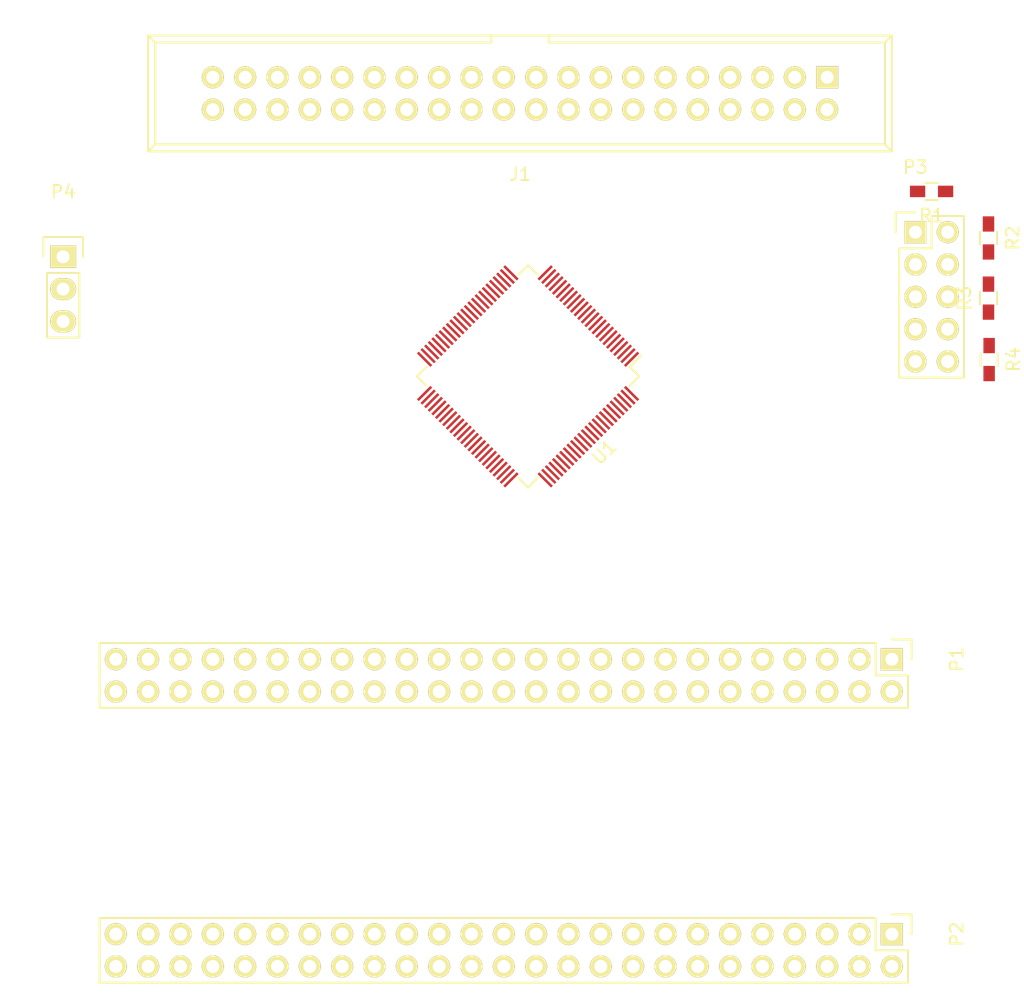
<source format=kicad_pcb>
(kicad_pcb (version 4) (host pcbnew 4.0.1-stable)

  (general
    (links 159)
    (no_connects 159)
    (area 0 0 0 0)
    (thickness 1.6)
    (drawings 0)
    (tracks 0)
    (zones 0)
    (modules 10)
    (nets 103)
  )

  (page A4)
  (layers
    (0 F.Cu signal)
    (31 B.Cu signal)
    (32 B.Adhes user)
    (33 F.Adhes user)
    (34 B.Paste user)
    (35 F.Paste user)
    (36 B.SilkS user)
    (37 F.SilkS user)
    (38 B.Mask user)
    (39 F.Mask user)
    (40 Dwgs.User user)
    (41 Cmts.User user)
    (42 Eco1.User user)
    (43 Eco2.User user)
    (44 Edge.Cuts user)
    (45 Margin user)
    (46 B.CrtYd user)
    (47 F.CrtYd user)
    (48 B.Fab user)
    (49 F.Fab user)
  )

  (setup
    (last_trace_width 0.25)
    (trace_clearance 0.2)
    (zone_clearance 0.508)
    (zone_45_only no)
    (trace_min 0.2)
    (segment_width 0.2)
    (edge_width 0.15)
    (via_size 0.6)
    (via_drill 0.4)
    (via_min_size 0.4)
    (via_min_drill 0.3)
    (uvia_size 0.3)
    (uvia_drill 0.1)
    (uvias_allowed no)
    (uvia_min_size 0.2)
    (uvia_min_drill 0.1)
    (pcb_text_width 0.3)
    (pcb_text_size 1.5 1.5)
    (mod_edge_width 0.15)
    (mod_text_size 1 1)
    (mod_text_width 0.15)
    (pad_size 1.524 1.524)
    (pad_drill 0.762)
    (pad_to_mask_clearance 0.2)
    (aux_axis_origin 0 0)
    (visible_elements 7FFFFFFF)
    (pcbplotparams
      (layerselection 0x00030_80000001)
      (usegerberextensions false)
      (excludeedgelayer true)
      (linewidth 0.100000)
      (plotframeref false)
      (viasonmask false)
      (mode 1)
      (useauxorigin false)
      (hpglpennumber 1)
      (hpglpenspeed 20)
      (hpglpendiameter 15)
      (hpglpenoverlay 2)
      (psnegative false)
      (psa4output false)
      (plotreference true)
      (plotvalue true)
      (plotinvisibletext false)
      (padsonsilk false)
      (subtractmaskfromsilk false)
      (outputformat 1)
      (mirror false)
      (drillshape 1)
      (scaleselection 1)
      (outputdirectory ""))
  )

  (net 0 "")
  (net 1 /3V3)
  (net 2 /MD02)
  (net 3 +5V)
  (net 4 /MD03)
  (net 5 /GND)
  (net 6 /MD04)
  (net 7 /MD14)
  (net 8 /MD15)
  (net 9 /MRD)
  (net 10 /MMERQ)
  (net 11 /MEXT)
  (net 12 /SLTSL1)
  (net 13 /MWAIT)
  (net 14 /MA0)
  (net 15 /MD10)
  (net 16 /MD09)
  (net 17 /MODE)
  (net 18 /MD11)
  (net 19 /MD08)
  (net 20 /MD07)
  (net 21 /MD00)
  (net 22 /MD01)
  (net 23 /MD05)
  (net 24 /MD06)
  (net 25 /MD12)
  (net 26 /MD13)
  (net 27 /MIORQ)
  (net 28 /MWR)
  (net 29 /MCS)
  (net 30 /MRESET)
  (net 31 /MSLTSL0)
  (net 32 /CS1)
  (net 33 /CS2)
  (net 34 /CS12)
  (net 35 /SLTSL0)
  (net 36 "Net-(P1-Pad5)")
  (net 37 /RFSH)
  (net 38 /NWAIT)
  (net 39 /INT)
  (net 40 /M1)
  (net 41 /BUSDIR)
  (net 42 /IORQ)
  (net 43 /MERQ)
  (net 44 /WR)
  (net 45 /RD)
  (net 46 /RESET)
  (net 47 "Net-(P1-Pad16)")
  (net 48 /A9)
  (net 49 /A15)
  (net 50 /A11)
  (net 51 /A10)
  (net 52 /A7)
  (net 53 /A6)
  (net 54 /A12)
  (net 55 /A8)
  (net 56 /A14)
  (net 57 /A13)
  (net 58 /A1)
  (net 59 /A0)
  (net 60 /A3)
  (net 61 /A2)
  (net 62 /A5)
  (net 63 /A4)
  (net 64 /D1)
  (net 65 /D0)
  (net 66 /D3)
  (net 67 /D2)
  (net 68 /D5)
  (net 69 /D4)
  (net 70 /D7)
  (net 71 /D6)
  (net 72 /CLOCK)
  (net 73 /SWOUT)
  (net 74 /SW1)
  (net 75 "Net-(P1-Pad47)")
  (net 76 "Net-(P1-Pad48)")
  (net 77 "Net-(P1-Pad49)")
  (net 78 "Net-(P1-Pad50)")
  (net 79 "Net-(P2-Pad5)")
  (net 80 "Net-(P2-Pad16)")
  (net 81 /SW2)
  (net 82 "Net-(P2-Pad47)")
  (net 83 "Net-(P2-Pad48)")
  (net 84 "Net-(P2-Pad49)")
  (net 85 "Net-(P2-Pad50)")
  (net 86 "Net-(U1-Pad1)")
  (net 87 "Net-(U1-Pad2)")
  (net 88 "Net-(U1-Pad3)")
  (net 89 "Net-(U1-Pad4)")
  (net 90 "Net-(U1-Pad5)")
  (net 91 /CLK)
  (net 92 /MSLTSL1)
  (net 93 /TMS)
  (net 94 /TDI)
  (net 95 /TCK)
  (net 96 /TDO)
  (net 97 "Net-(U1-Pad49)")
  (net 98 "Net-(U1-Pad50)")
  (net 99 /CLK3)
  (net 100 "Net-(P3-Pad6)")
  (net 101 "Net-(P3-Pad7)")
  (net 102 "Net-(P3-Pad8)")

  (net_class Default "This is the default net class."
    (clearance 0.2)
    (trace_width 0.25)
    (via_dia 0.6)
    (via_drill 0.4)
    (uvia_dia 0.3)
    (uvia_drill 0.1)
    (add_net +5V)
    (add_net /3V3)
    (add_net /A0)
    (add_net /A1)
    (add_net /A10)
    (add_net /A11)
    (add_net /A12)
    (add_net /A13)
    (add_net /A14)
    (add_net /A15)
    (add_net /A2)
    (add_net /A3)
    (add_net /A4)
    (add_net /A5)
    (add_net /A6)
    (add_net /A7)
    (add_net /A8)
    (add_net /A9)
    (add_net /BUSDIR)
    (add_net /CLK)
    (add_net /CLK3)
    (add_net /CLOCK)
    (add_net /CS1)
    (add_net /CS12)
    (add_net /CS2)
    (add_net /D0)
    (add_net /D1)
    (add_net /D2)
    (add_net /D3)
    (add_net /D4)
    (add_net /D5)
    (add_net /D6)
    (add_net /D7)
    (add_net /GND)
    (add_net /INT)
    (add_net /IORQ)
    (add_net /M1)
    (add_net /MA0)
    (add_net /MCS)
    (add_net /MD00)
    (add_net /MD01)
    (add_net /MD02)
    (add_net /MD03)
    (add_net /MD04)
    (add_net /MD05)
    (add_net /MD06)
    (add_net /MD07)
    (add_net /MD08)
    (add_net /MD09)
    (add_net /MD10)
    (add_net /MD11)
    (add_net /MD12)
    (add_net /MD13)
    (add_net /MD14)
    (add_net /MD15)
    (add_net /MERQ)
    (add_net /MEXT)
    (add_net /MIORQ)
    (add_net /MMERQ)
    (add_net /MODE)
    (add_net /MRD)
    (add_net /MRESET)
    (add_net /MSLTSL0)
    (add_net /MSLTSL1)
    (add_net /MWAIT)
    (add_net /MWR)
    (add_net /NWAIT)
    (add_net /RD)
    (add_net /RESET)
    (add_net /RFSH)
    (add_net /SLTSL0)
    (add_net /SLTSL1)
    (add_net /SW1)
    (add_net /SW2)
    (add_net /SWOUT)
    (add_net /TCK)
    (add_net /TDI)
    (add_net /TDO)
    (add_net /TMS)
    (add_net /WR)
    (add_net "Net-(P1-Pad16)")
    (add_net "Net-(P1-Pad47)")
    (add_net "Net-(P1-Pad48)")
    (add_net "Net-(P1-Pad49)")
    (add_net "Net-(P1-Pad5)")
    (add_net "Net-(P1-Pad50)")
    (add_net "Net-(P2-Pad16)")
    (add_net "Net-(P2-Pad47)")
    (add_net "Net-(P2-Pad48)")
    (add_net "Net-(P2-Pad49)")
    (add_net "Net-(P2-Pad5)")
    (add_net "Net-(P2-Pad50)")
    (add_net "Net-(P3-Pad6)")
    (add_net "Net-(P3-Pad7)")
    (add_net "Net-(P3-Pad8)")
    (add_net "Net-(U1-Pad1)")
    (add_net "Net-(U1-Pad2)")
    (add_net "Net-(U1-Pad3)")
    (add_net "Net-(U1-Pad4)")
    (add_net "Net-(U1-Pad49)")
    (add_net "Net-(U1-Pad5)")
    (add_net "Net-(U1-Pad50)")
  )

  (module Pin_Headers:Pin_Header_Straight_2x25 (layer F.Cu) (tedit 0) (tstamp 56E41B14)
    (at 173.355 126.365 270)
    (descr "Through hole pin header")
    (tags "pin header")
    (path /56DFD8B6)
    (fp_text reference P1 (at 0 -5.1 270) (layer F.SilkS)
      (effects (font (size 1 1) (thickness 0.15)))
    )
    (fp_text value CONN_02X25 (at 0 -3.1 270) (layer F.Fab)
      (effects (font (size 1 1) (thickness 0.15)))
    )
    (fp_line (start -1.75 -1.75) (end -1.75 62.75) (layer F.CrtYd) (width 0.05))
    (fp_line (start 4.3 -1.75) (end 4.3 62.75) (layer F.CrtYd) (width 0.05))
    (fp_line (start -1.75 -1.75) (end 4.3 -1.75) (layer F.CrtYd) (width 0.05))
    (fp_line (start -1.75 62.75) (end 4.3 62.75) (layer F.CrtYd) (width 0.05))
    (fp_line (start -1.27 1.27) (end -1.27 62.23) (layer F.SilkS) (width 0.15))
    (fp_line (start 3.81 62.23) (end 3.81 -1.27) (layer F.SilkS) (width 0.15))
    (fp_line (start 3.81 62.23) (end -1.27 62.23) (layer F.SilkS) (width 0.15))
    (fp_line (start 3.81 -1.27) (end 1.27 -1.27) (layer F.SilkS) (width 0.15))
    (fp_line (start 0 -1.55) (end -1.55 -1.55) (layer F.SilkS) (width 0.15))
    (fp_line (start 1.27 -1.27) (end 1.27 1.27) (layer F.SilkS) (width 0.15))
    (fp_line (start 1.27 1.27) (end -1.27 1.27) (layer F.SilkS) (width 0.15))
    (fp_line (start -1.55 -1.55) (end -1.55 0) (layer F.SilkS) (width 0.15))
    (pad 1 thru_hole rect (at 0 0 270) (size 1.7272 1.7272) (drill 1.016) (layers *.Cu *.Mask F.SilkS)
      (net 32 /CS1))
    (pad 2 thru_hole oval (at 2.54 0 270) (size 1.7272 1.7272) (drill 1.016) (layers *.Cu *.Mask F.SilkS)
      (net 33 /CS2))
    (pad 3 thru_hole oval (at 0 2.54 270) (size 1.7272 1.7272) (drill 1.016) (layers *.Cu *.Mask F.SilkS)
      (net 34 /CS12))
    (pad 4 thru_hole oval (at 2.54 2.54 270) (size 1.7272 1.7272) (drill 1.016) (layers *.Cu *.Mask F.SilkS)
      (net 35 /SLTSL0))
    (pad 5 thru_hole oval (at 0 5.08 270) (size 1.7272 1.7272) (drill 1.016) (layers *.Cu *.Mask F.SilkS)
      (net 36 "Net-(P1-Pad5)"))
    (pad 6 thru_hole oval (at 2.54 5.08 270) (size 1.7272 1.7272) (drill 1.016) (layers *.Cu *.Mask F.SilkS)
      (net 37 /RFSH))
    (pad 7 thru_hole oval (at 0 7.62 270) (size 1.7272 1.7272) (drill 1.016) (layers *.Cu *.Mask F.SilkS)
      (net 38 /NWAIT))
    (pad 8 thru_hole oval (at 2.54 7.62 270) (size 1.7272 1.7272) (drill 1.016) (layers *.Cu *.Mask F.SilkS)
      (net 39 /INT))
    (pad 9 thru_hole oval (at 0 10.16 270) (size 1.7272 1.7272) (drill 1.016) (layers *.Cu *.Mask F.SilkS)
      (net 40 /M1))
    (pad 10 thru_hole oval (at 2.54 10.16 270) (size 1.7272 1.7272) (drill 1.016) (layers *.Cu *.Mask F.SilkS)
      (net 41 /BUSDIR))
    (pad 11 thru_hole oval (at 0 12.7 270) (size 1.7272 1.7272) (drill 1.016) (layers *.Cu *.Mask F.SilkS)
      (net 42 /IORQ))
    (pad 12 thru_hole oval (at 2.54 12.7 270) (size 1.7272 1.7272) (drill 1.016) (layers *.Cu *.Mask F.SilkS)
      (net 43 /MERQ))
    (pad 13 thru_hole oval (at 0 15.24 270) (size 1.7272 1.7272) (drill 1.016) (layers *.Cu *.Mask F.SilkS)
      (net 44 /WR))
    (pad 14 thru_hole oval (at 2.54 15.24 270) (size 1.7272 1.7272) (drill 1.016) (layers *.Cu *.Mask F.SilkS)
      (net 45 /RD))
    (pad 15 thru_hole oval (at 0 17.78 270) (size 1.7272 1.7272) (drill 1.016) (layers *.Cu *.Mask F.SilkS)
      (net 46 /RESET))
    (pad 16 thru_hole oval (at 2.54 17.78 270) (size 1.7272 1.7272) (drill 1.016) (layers *.Cu *.Mask F.SilkS)
      (net 47 "Net-(P1-Pad16)"))
    (pad 17 thru_hole oval (at 0 20.32 270) (size 1.7272 1.7272) (drill 1.016) (layers *.Cu *.Mask F.SilkS)
      (net 48 /A9))
    (pad 18 thru_hole oval (at 2.54 20.32 270) (size 1.7272 1.7272) (drill 1.016) (layers *.Cu *.Mask F.SilkS)
      (net 49 /A15))
    (pad 19 thru_hole oval (at 0 22.86 270) (size 1.7272 1.7272) (drill 1.016) (layers *.Cu *.Mask F.SilkS)
      (net 50 /A11))
    (pad 20 thru_hole oval (at 2.54 22.86 270) (size 1.7272 1.7272) (drill 1.016) (layers *.Cu *.Mask F.SilkS)
      (net 51 /A10))
    (pad 21 thru_hole oval (at 0 25.4 270) (size 1.7272 1.7272) (drill 1.016) (layers *.Cu *.Mask F.SilkS)
      (net 52 /A7))
    (pad 22 thru_hole oval (at 2.54 25.4 270) (size 1.7272 1.7272) (drill 1.016) (layers *.Cu *.Mask F.SilkS)
      (net 53 /A6))
    (pad 23 thru_hole oval (at 0 27.94 270) (size 1.7272 1.7272) (drill 1.016) (layers *.Cu *.Mask F.SilkS)
      (net 54 /A12))
    (pad 24 thru_hole oval (at 2.54 27.94 270) (size 1.7272 1.7272) (drill 1.016) (layers *.Cu *.Mask F.SilkS)
      (net 55 /A8))
    (pad 25 thru_hole oval (at 0 30.48 270) (size 1.7272 1.7272) (drill 1.016) (layers *.Cu *.Mask F.SilkS)
      (net 56 /A14))
    (pad 26 thru_hole oval (at 2.54 30.48 270) (size 1.7272 1.7272) (drill 1.016) (layers *.Cu *.Mask F.SilkS)
      (net 57 /A13))
    (pad 27 thru_hole oval (at 0 33.02 270) (size 1.7272 1.7272) (drill 1.016) (layers *.Cu *.Mask F.SilkS)
      (net 58 /A1))
    (pad 28 thru_hole oval (at 2.54 33.02 270) (size 1.7272 1.7272) (drill 1.016) (layers *.Cu *.Mask F.SilkS)
      (net 59 /A0))
    (pad 29 thru_hole oval (at 0 35.56 270) (size 1.7272 1.7272) (drill 1.016) (layers *.Cu *.Mask F.SilkS)
      (net 60 /A3))
    (pad 30 thru_hole oval (at 2.54 35.56 270) (size 1.7272 1.7272) (drill 1.016) (layers *.Cu *.Mask F.SilkS)
      (net 61 /A2))
    (pad 31 thru_hole oval (at 0 38.1 270) (size 1.7272 1.7272) (drill 1.016) (layers *.Cu *.Mask F.SilkS)
      (net 62 /A5))
    (pad 32 thru_hole oval (at 2.54 38.1 270) (size 1.7272 1.7272) (drill 1.016) (layers *.Cu *.Mask F.SilkS)
      (net 63 /A4))
    (pad 33 thru_hole oval (at 0 40.64 270) (size 1.7272 1.7272) (drill 1.016) (layers *.Cu *.Mask F.SilkS)
      (net 64 /D1))
    (pad 34 thru_hole oval (at 2.54 40.64 270) (size 1.7272 1.7272) (drill 1.016) (layers *.Cu *.Mask F.SilkS)
      (net 65 /D0))
    (pad 35 thru_hole oval (at 0 43.18 270) (size 1.7272 1.7272) (drill 1.016) (layers *.Cu *.Mask F.SilkS)
      (net 66 /D3))
    (pad 36 thru_hole oval (at 2.54 43.18 270) (size 1.7272 1.7272) (drill 1.016) (layers *.Cu *.Mask F.SilkS)
      (net 67 /D2))
    (pad 37 thru_hole oval (at 0 45.72 270) (size 1.7272 1.7272) (drill 1.016) (layers *.Cu *.Mask F.SilkS)
      (net 68 /D5))
    (pad 38 thru_hole oval (at 2.54 45.72 270) (size 1.7272 1.7272) (drill 1.016) (layers *.Cu *.Mask F.SilkS)
      (net 69 /D4))
    (pad 39 thru_hole oval (at 0 48.26 270) (size 1.7272 1.7272) (drill 1.016) (layers *.Cu *.Mask F.SilkS)
      (net 70 /D7))
    (pad 40 thru_hole oval (at 2.54 48.26 270) (size 1.7272 1.7272) (drill 1.016) (layers *.Cu *.Mask F.SilkS)
      (net 71 /D6))
    (pad 41 thru_hole oval (at 0 50.8 270) (size 1.7272 1.7272) (drill 1.016) (layers *.Cu *.Mask F.SilkS)
      (net 5 /GND))
    (pad 42 thru_hole oval (at 2.54 50.8 270) (size 1.7272 1.7272) (drill 1.016) (layers *.Cu *.Mask F.SilkS)
      (net 72 /CLOCK))
    (pad 43 thru_hole oval (at 0 53.34 270) (size 1.7272 1.7272) (drill 1.016) (layers *.Cu *.Mask F.SilkS)
      (net 5 /GND))
    (pad 44 thru_hole oval (at 2.54 53.34 270) (size 1.7272 1.7272) (drill 1.016) (layers *.Cu *.Mask F.SilkS)
      (net 73 /SWOUT))
    (pad 45 thru_hole oval (at 0 55.88 270) (size 1.7272 1.7272) (drill 1.016) (layers *.Cu *.Mask F.SilkS)
      (net 3 +5V))
    (pad 46 thru_hole oval (at 2.54 55.88 270) (size 1.7272 1.7272) (drill 1.016) (layers *.Cu *.Mask F.SilkS)
      (net 74 /SW1))
    (pad 47 thru_hole oval (at 0 58.42 270) (size 1.7272 1.7272) (drill 1.016) (layers *.Cu *.Mask F.SilkS)
      (net 75 "Net-(P1-Pad47)"))
    (pad 48 thru_hole oval (at 2.54 58.42 270) (size 1.7272 1.7272) (drill 1.016) (layers *.Cu *.Mask F.SilkS)
      (net 76 "Net-(P1-Pad48)"))
    (pad 49 thru_hole oval (at 0 60.96 270) (size 1.7272 1.7272) (drill 1.016) (layers *.Cu *.Mask F.SilkS)
      (net 77 "Net-(P1-Pad49)"))
    (pad 50 thru_hole oval (at 2.54 60.96 270) (size 1.7272 1.7272) (drill 1.016) (layers *.Cu *.Mask F.SilkS)
      (net 78 "Net-(P1-Pad50)"))
    (model Pin_Headers.3dshapes/Pin_Header_Straight_2x25.wrl
      (at (xyz 0.05 -1.2 0))
      (scale (xyz 1 1 1))
      (rotate (xyz 0 0 90))
    )
  )

  (module Pin_Headers:Pin_Header_Straight_2x25 (layer F.Cu) (tedit 0) (tstamp 56E41B56)
    (at 173.355 147.955 270)
    (descr "Through hole pin header")
    (tags "pin header")
    (path /56DFF9B7)
    (fp_text reference P2 (at 0 -5.1 270) (layer F.SilkS)
      (effects (font (size 1 1) (thickness 0.15)))
    )
    (fp_text value CONN_02X25 (at 0 -3.1 270) (layer F.Fab)
      (effects (font (size 1 1) (thickness 0.15)))
    )
    (fp_line (start -1.75 -1.75) (end -1.75 62.75) (layer F.CrtYd) (width 0.05))
    (fp_line (start 4.3 -1.75) (end 4.3 62.75) (layer F.CrtYd) (width 0.05))
    (fp_line (start -1.75 -1.75) (end 4.3 -1.75) (layer F.CrtYd) (width 0.05))
    (fp_line (start -1.75 62.75) (end 4.3 62.75) (layer F.CrtYd) (width 0.05))
    (fp_line (start -1.27 1.27) (end -1.27 62.23) (layer F.SilkS) (width 0.15))
    (fp_line (start 3.81 62.23) (end 3.81 -1.27) (layer F.SilkS) (width 0.15))
    (fp_line (start 3.81 62.23) (end -1.27 62.23) (layer F.SilkS) (width 0.15))
    (fp_line (start 3.81 -1.27) (end 1.27 -1.27) (layer F.SilkS) (width 0.15))
    (fp_line (start 0 -1.55) (end -1.55 -1.55) (layer F.SilkS) (width 0.15))
    (fp_line (start 1.27 -1.27) (end 1.27 1.27) (layer F.SilkS) (width 0.15))
    (fp_line (start 1.27 1.27) (end -1.27 1.27) (layer F.SilkS) (width 0.15))
    (fp_line (start -1.55 -1.55) (end -1.55 0) (layer F.SilkS) (width 0.15))
    (pad 1 thru_hole rect (at 0 0 270) (size 1.7272 1.7272) (drill 1.016) (layers *.Cu *.Mask F.SilkS)
      (net 32 /CS1))
    (pad 2 thru_hole oval (at 2.54 0 270) (size 1.7272 1.7272) (drill 1.016) (layers *.Cu *.Mask F.SilkS)
      (net 33 /CS2))
    (pad 3 thru_hole oval (at 0 2.54 270) (size 1.7272 1.7272) (drill 1.016) (layers *.Cu *.Mask F.SilkS)
      (net 34 /CS12))
    (pad 4 thru_hole oval (at 2.54 2.54 270) (size 1.7272 1.7272) (drill 1.016) (layers *.Cu *.Mask F.SilkS)
      (net 12 /SLTSL1))
    (pad 5 thru_hole oval (at 0 5.08 270) (size 1.7272 1.7272) (drill 1.016) (layers *.Cu *.Mask F.SilkS)
      (net 79 "Net-(P2-Pad5)"))
    (pad 6 thru_hole oval (at 2.54 5.08 270) (size 1.7272 1.7272) (drill 1.016) (layers *.Cu *.Mask F.SilkS)
      (net 37 /RFSH))
    (pad 7 thru_hole oval (at 0 7.62 270) (size 1.7272 1.7272) (drill 1.016) (layers *.Cu *.Mask F.SilkS)
      (net 38 /NWAIT))
    (pad 8 thru_hole oval (at 2.54 7.62 270) (size 1.7272 1.7272) (drill 1.016) (layers *.Cu *.Mask F.SilkS)
      (net 39 /INT))
    (pad 9 thru_hole oval (at 0 10.16 270) (size 1.7272 1.7272) (drill 1.016) (layers *.Cu *.Mask F.SilkS)
      (net 40 /M1))
    (pad 10 thru_hole oval (at 2.54 10.16 270) (size 1.7272 1.7272) (drill 1.016) (layers *.Cu *.Mask F.SilkS)
      (net 41 /BUSDIR))
    (pad 11 thru_hole oval (at 0 12.7 270) (size 1.7272 1.7272) (drill 1.016) (layers *.Cu *.Mask F.SilkS)
      (net 42 /IORQ))
    (pad 12 thru_hole oval (at 2.54 12.7 270) (size 1.7272 1.7272) (drill 1.016) (layers *.Cu *.Mask F.SilkS)
      (net 43 /MERQ))
    (pad 13 thru_hole oval (at 0 15.24 270) (size 1.7272 1.7272) (drill 1.016) (layers *.Cu *.Mask F.SilkS)
      (net 44 /WR))
    (pad 14 thru_hole oval (at 2.54 15.24 270) (size 1.7272 1.7272) (drill 1.016) (layers *.Cu *.Mask F.SilkS)
      (net 45 /RD))
    (pad 15 thru_hole oval (at 0 17.78 270) (size 1.7272 1.7272) (drill 1.016) (layers *.Cu *.Mask F.SilkS)
      (net 46 /RESET))
    (pad 16 thru_hole oval (at 2.54 17.78 270) (size 1.7272 1.7272) (drill 1.016) (layers *.Cu *.Mask F.SilkS)
      (net 80 "Net-(P2-Pad16)"))
    (pad 17 thru_hole oval (at 0 20.32 270) (size 1.7272 1.7272) (drill 1.016) (layers *.Cu *.Mask F.SilkS)
      (net 48 /A9))
    (pad 18 thru_hole oval (at 2.54 20.32 270) (size 1.7272 1.7272) (drill 1.016) (layers *.Cu *.Mask F.SilkS)
      (net 49 /A15))
    (pad 19 thru_hole oval (at 0 22.86 270) (size 1.7272 1.7272) (drill 1.016) (layers *.Cu *.Mask F.SilkS)
      (net 50 /A11))
    (pad 20 thru_hole oval (at 2.54 22.86 270) (size 1.7272 1.7272) (drill 1.016) (layers *.Cu *.Mask F.SilkS)
      (net 51 /A10))
    (pad 21 thru_hole oval (at 0 25.4 270) (size 1.7272 1.7272) (drill 1.016) (layers *.Cu *.Mask F.SilkS)
      (net 52 /A7))
    (pad 22 thru_hole oval (at 2.54 25.4 270) (size 1.7272 1.7272) (drill 1.016) (layers *.Cu *.Mask F.SilkS)
      (net 53 /A6))
    (pad 23 thru_hole oval (at 0 27.94 270) (size 1.7272 1.7272) (drill 1.016) (layers *.Cu *.Mask F.SilkS)
      (net 54 /A12))
    (pad 24 thru_hole oval (at 2.54 27.94 270) (size 1.7272 1.7272) (drill 1.016) (layers *.Cu *.Mask F.SilkS)
      (net 55 /A8))
    (pad 25 thru_hole oval (at 0 30.48 270) (size 1.7272 1.7272) (drill 1.016) (layers *.Cu *.Mask F.SilkS)
      (net 56 /A14))
    (pad 26 thru_hole oval (at 2.54 30.48 270) (size 1.7272 1.7272) (drill 1.016) (layers *.Cu *.Mask F.SilkS)
      (net 57 /A13))
    (pad 27 thru_hole oval (at 0 33.02 270) (size 1.7272 1.7272) (drill 1.016) (layers *.Cu *.Mask F.SilkS)
      (net 58 /A1))
    (pad 28 thru_hole oval (at 2.54 33.02 270) (size 1.7272 1.7272) (drill 1.016) (layers *.Cu *.Mask F.SilkS)
      (net 59 /A0))
    (pad 29 thru_hole oval (at 0 35.56 270) (size 1.7272 1.7272) (drill 1.016) (layers *.Cu *.Mask F.SilkS)
      (net 60 /A3))
    (pad 30 thru_hole oval (at 2.54 35.56 270) (size 1.7272 1.7272) (drill 1.016) (layers *.Cu *.Mask F.SilkS)
      (net 61 /A2))
    (pad 31 thru_hole oval (at 0 38.1 270) (size 1.7272 1.7272) (drill 1.016) (layers *.Cu *.Mask F.SilkS)
      (net 62 /A5))
    (pad 32 thru_hole oval (at 2.54 38.1 270) (size 1.7272 1.7272) (drill 1.016) (layers *.Cu *.Mask F.SilkS)
      (net 63 /A4))
    (pad 33 thru_hole oval (at 0 40.64 270) (size 1.7272 1.7272) (drill 1.016) (layers *.Cu *.Mask F.SilkS)
      (net 64 /D1))
    (pad 34 thru_hole oval (at 2.54 40.64 270) (size 1.7272 1.7272) (drill 1.016) (layers *.Cu *.Mask F.SilkS)
      (net 65 /D0))
    (pad 35 thru_hole oval (at 0 43.18 270) (size 1.7272 1.7272) (drill 1.016) (layers *.Cu *.Mask F.SilkS)
      (net 66 /D3))
    (pad 36 thru_hole oval (at 2.54 43.18 270) (size 1.7272 1.7272) (drill 1.016) (layers *.Cu *.Mask F.SilkS)
      (net 67 /D2))
    (pad 37 thru_hole oval (at 0 45.72 270) (size 1.7272 1.7272) (drill 1.016) (layers *.Cu *.Mask F.SilkS)
      (net 68 /D5))
    (pad 38 thru_hole oval (at 2.54 45.72 270) (size 1.7272 1.7272) (drill 1.016) (layers *.Cu *.Mask F.SilkS)
      (net 69 /D4))
    (pad 39 thru_hole oval (at 0 48.26 270) (size 1.7272 1.7272) (drill 1.016) (layers *.Cu *.Mask F.SilkS)
      (net 70 /D7))
    (pad 40 thru_hole oval (at 2.54 48.26 270) (size 1.7272 1.7272) (drill 1.016) (layers *.Cu *.Mask F.SilkS)
      (net 71 /D6))
    (pad 41 thru_hole oval (at 0 50.8 270) (size 1.7272 1.7272) (drill 1.016) (layers *.Cu *.Mask F.SilkS)
      (net 5 /GND))
    (pad 42 thru_hole oval (at 2.54 50.8 270) (size 1.7272 1.7272) (drill 1.016) (layers *.Cu *.Mask F.SilkS)
      (net 72 /CLOCK))
    (pad 43 thru_hole oval (at 0 53.34 270) (size 1.7272 1.7272) (drill 1.016) (layers *.Cu *.Mask F.SilkS)
      (net 5 /GND))
    (pad 44 thru_hole oval (at 2.54 53.34 270) (size 1.7272 1.7272) (drill 1.016) (layers *.Cu *.Mask F.SilkS)
      (net 73 /SWOUT))
    (pad 45 thru_hole oval (at 0 55.88 270) (size 1.7272 1.7272) (drill 1.016) (layers *.Cu *.Mask F.SilkS)
      (net 3 +5V))
    (pad 46 thru_hole oval (at 2.54 55.88 270) (size 1.7272 1.7272) (drill 1.016) (layers *.Cu *.Mask F.SilkS)
      (net 81 /SW2))
    (pad 47 thru_hole oval (at 0 58.42 270) (size 1.7272 1.7272) (drill 1.016) (layers *.Cu *.Mask F.SilkS)
      (net 82 "Net-(P2-Pad47)"))
    (pad 48 thru_hole oval (at 2.54 58.42 270) (size 1.7272 1.7272) (drill 1.016) (layers *.Cu *.Mask F.SilkS)
      (net 83 "Net-(P2-Pad48)"))
    (pad 49 thru_hole oval (at 0 60.96 270) (size 1.7272 1.7272) (drill 1.016) (layers *.Cu *.Mask F.SilkS)
      (net 84 "Net-(P2-Pad49)"))
    (pad 50 thru_hole oval (at 2.54 60.96 270) (size 1.7272 1.7272) (drill 1.016) (layers *.Cu *.Mask F.SilkS)
      (net 85 "Net-(P2-Pad50)"))
    (model Pin_Headers.3dshapes/Pin_Header_Straight_2x25.wrl
      (at (xyz 0.05 -1.2 0))
      (scale (xyz 1 1 1))
      (rotate (xyz 0 0 90))
    )
  )

  (module Housings_QFP:TQFP-100_12x12mm_Pitch0.4mm (layer F.Cu) (tedit 54130A77) (tstamp 56E41BCB)
    (at 144.78 104.14 225)
    (descr "100-Lead Plastic Thin Quad Flatpack (PT) - 12x12x1 mm Body, 2.00 mm [TQFP] (see Microchip Packaging Specification 00000049BS.pdf)")
    (tags "QFP 0.4")
    (path /56DFD7C1)
    (attr smd)
    (fp_text reference U1 (at 0 -8.45 225) (layer F.SilkS)
      (effects (font (size 1 1) (thickness 0.15)))
    )
    (fp_text value EMP240 (at 0 8.45 225) (layer F.Fab)
      (effects (font (size 1 1) (thickness 0.15)))
    )
    (fp_line (start -7.7 -7.7) (end -7.7 7.7) (layer F.CrtYd) (width 0.05))
    (fp_line (start 7.7 -7.7) (end 7.7 7.7) (layer F.CrtYd) (width 0.05))
    (fp_line (start -7.7 -7.7) (end 7.7 -7.7) (layer F.CrtYd) (width 0.05))
    (fp_line (start -7.7 7.7) (end 7.7 7.7) (layer F.CrtYd) (width 0.05))
    (fp_line (start -6.175 -6.175) (end -6.175 -5.125) (layer F.SilkS) (width 0.15))
    (fp_line (start 6.175 -6.175) (end 6.175 -5.125) (layer F.SilkS) (width 0.15))
    (fp_line (start 6.175 6.175) (end 6.175 5.125) (layer F.SilkS) (width 0.15))
    (fp_line (start -6.175 6.175) (end -6.175 5.125) (layer F.SilkS) (width 0.15))
    (fp_line (start -6.175 -6.175) (end -5.125 -6.175) (layer F.SilkS) (width 0.15))
    (fp_line (start -6.175 6.175) (end -5.125 6.175) (layer F.SilkS) (width 0.15))
    (fp_line (start 6.175 6.175) (end 5.125 6.175) (layer F.SilkS) (width 0.15))
    (fp_line (start 6.175 -6.175) (end 5.125 -6.175) (layer F.SilkS) (width 0.15))
    (fp_line (start -6.175 -5.125) (end -7.45 -5.125) (layer F.SilkS) (width 0.15))
    (pad 1 smd rect (at -6.7 -4.8 225) (size 1.5 0.2) (layers F.Cu F.Paste F.Mask)
      (net 86 "Net-(U1-Pad1)"))
    (pad 2 smd rect (at -6.7 -4.4 225) (size 1.5 0.2) (layers F.Cu F.Paste F.Mask)
      (net 87 "Net-(U1-Pad2)"))
    (pad 3 smd rect (at -6.7 -4 225) (size 1.5 0.2) (layers F.Cu F.Paste F.Mask)
      (net 88 "Net-(U1-Pad3)"))
    (pad 4 smd rect (at -6.7 -3.6 225) (size 1.5 0.2) (layers F.Cu F.Paste F.Mask)
      (net 89 "Net-(U1-Pad4)"))
    (pad 5 smd rect (at -6.7 -3.2 225) (size 1.5 0.2) (layers F.Cu F.Paste F.Mask)
      (net 90 "Net-(U1-Pad5)"))
    (pad 6 smd rect (at -6.7 -2.8 225) (size 1.5 0.2) (layers F.Cu F.Paste F.Mask)
      (net 2 /MD02))
    (pad 7 smd rect (at -6.7 -2.4 225) (size 1.5 0.2) (layers F.Cu F.Paste F.Mask)
      (net 4 /MD03))
    (pad 8 smd rect (at -6.7 -2 225) (size 1.5 0.2) (layers F.Cu F.Paste F.Mask)
      (net 1 /3V3))
    (pad 9 smd rect (at -6.7 -1.6 225) (size 1.5 0.2) (layers F.Cu F.Paste F.Mask)
      (net 5 /GND))
    (pad 10 smd rect (at -6.7 -1.2 225) (size 1.5 0.2) (layers F.Cu F.Paste F.Mask)
      (net 5 /GND))
    (pad 11 smd rect (at -6.7 -0.8 225) (size 1.5 0.2) (layers F.Cu F.Paste F.Mask)
      (net 1 /3V3))
    (pad 12 smd rect (at -6.7 -0.4 225) (size 1.5 0.2) (layers F.Cu F.Paste F.Mask)
      (net 6 /MD04))
    (pad 13 smd rect (at -6.7 0 225) (size 1.5 0.2) (layers F.Cu F.Paste F.Mask)
      (net 1 /3V3))
    (pad 14 smd rect (at -6.7 0.4 225) (size 1.5 0.2) (layers F.Cu F.Paste F.Mask)
      (net 91 /CLK))
    (pad 15 smd rect (at -6.7 0.8 225) (size 1.5 0.2) (layers F.Cu F.Paste F.Mask)
      (net 7 /MD14))
    (pad 16 smd rect (at -6.7 1.2 225) (size 1.5 0.2) (layers F.Cu F.Paste F.Mask)
      (net 8 /MD15))
    (pad 17 smd rect (at -6.7 1.6 225) (size 1.5 0.2) (layers F.Cu F.Paste F.Mask)
      (net 9 /MRD))
    (pad 18 smd rect (at -6.7 2 225) (size 1.5 0.2) (layers F.Cu F.Paste F.Mask)
      (net 10 /MMERQ))
    (pad 19 smd rect (at -6.7 2.4 225) (size 1.5 0.2) (layers F.Cu F.Paste F.Mask)
      (net 11 /MEXT))
    (pad 20 smd rect (at -6.7 2.8 225) (size 1.5 0.2) (layers F.Cu F.Paste F.Mask)
      (net 92 /MSLTSL1))
    (pad 21 smd rect (at -6.7 3.2 225) (size 1.5 0.2) (layers F.Cu F.Paste F.Mask)
      (net 13 /MWAIT))
    (pad 22 smd rect (at -6.7 3.6 225) (size 1.5 0.2) (layers F.Cu F.Paste F.Mask)
      (net 93 /TMS))
    (pad 23 smd rect (at -6.7 4 225) (size 1.5 0.2) (layers F.Cu F.Paste F.Mask)
      (net 94 /TDI))
    (pad 24 smd rect (at -6.7 4.4 225) (size 1.5 0.2) (layers F.Cu F.Paste F.Mask)
      (net 95 /TCK))
    (pad 25 smd rect (at -6.7 4.8 225) (size 1.5 0.2) (layers F.Cu F.Paste F.Mask)
      (net 96 /TDO))
    (pad 26 smd rect (at -4.8 6.7 315) (size 1.5 0.2) (layers F.Cu F.Paste F.Mask)
      (net 14 /MA0))
    (pad 27 smd rect (at -4.4 6.7 315) (size 1.5 0.2) (layers F.Cu F.Paste F.Mask)
      (net 15 /MD10))
    (pad 28 smd rect (at -4 6.7 315) (size 1.5 0.2) (layers F.Cu F.Paste F.Mask)
      (net 16 /MD09))
    (pad 29 smd rect (at -3.6 6.7 315) (size 1.5 0.2) (layers F.Cu F.Paste F.Mask)
      (net 17 /MODE))
    (pad 30 smd rect (at -3.2 6.7 315) (size 1.5 0.2) (layers F.Cu F.Paste F.Mask)
      (net 18 /MD11))
    (pad 31 smd rect (at -2.8 6.7 315) (size 1.5 0.2) (layers F.Cu F.Paste F.Mask)
      (net 1 /3V3))
    (pad 32 smd rect (at -2.4 6.7 315) (size 1.5 0.2) (layers F.Cu F.Paste F.Mask)
      (net 5 /GND))
    (pad 33 smd rect (at -2 6.7 315) (size 1.5 0.2) (layers F.Cu F.Paste F.Mask)
      (net 19 /MD08))
    (pad 34 smd rect (at -1.6 6.7 315) (size 1.5 0.2) (layers F.Cu F.Paste F.Mask)
      (net 18 /MD11))
    (pad 35 smd rect (at -1.2 6.7 315) (size 1.5 0.2) (layers F.Cu F.Paste F.Mask)
      (net 20 /MD07))
    (pad 36 smd rect (at -0.8 6.7 315) (size 1.5 0.2) (layers F.Cu F.Paste F.Mask)
      (net 21 /MD00))
    (pad 37 smd rect (at -0.4 6.7 315) (size 1.5 0.2) (layers F.Cu F.Paste F.Mask)
      (net 22 /MD01))
    (pad 38 smd rect (at 0 6.7 315) (size 1.5 0.2) (layers F.Cu F.Paste F.Mask)
      (net 23 /MD05))
    (pad 39 smd rect (at 0.4 6.7 315) (size 1.5 0.2) (layers F.Cu F.Paste F.Mask)
      (net 24 /MD06))
    (pad 40 smd rect (at 0.8 6.7 315) (size 1.5 0.2) (layers F.Cu F.Paste F.Mask)
      (net 25 /MD12))
    (pad 41 smd rect (at 1.2 6.7 315) (size 1.5 0.2) (layers F.Cu F.Paste F.Mask)
      (net 26 /MD13))
    (pad 42 smd rect (at 1.6 6.7 315) (size 1.5 0.2) (layers F.Cu F.Paste F.Mask)
      (net 27 /MIORQ))
    (pad 43 smd rect (at 2 6.7 315) (size 1.5 0.2) (layers F.Cu F.Paste F.Mask)
      (net 28 /MWR))
    (pad 44 smd rect (at 2.4 6.7 315) (size 1.5 0.2) (layers F.Cu F.Paste F.Mask)
      (net 29 /MCS))
    (pad 45 smd rect (at 2.8 6.7 315) (size 1.5 0.2) (layers F.Cu F.Paste F.Mask)
      (net 1 /3V3))
    (pad 46 smd rect (at 3.2 6.7 315) (size 1.5 0.2) (layers F.Cu F.Paste F.Mask)
      (net 5 /GND))
    (pad 47 smd rect (at 3.6 6.7 315) (size 1.5 0.2) (layers F.Cu F.Paste F.Mask)
      (net 30 /MRESET))
    (pad 48 smd rect (at 4 6.7 315) (size 1.5 0.2) (layers F.Cu F.Paste F.Mask)
      (net 31 /MSLTSL0))
    (pad 49 smd rect (at 4.4 6.7 315) (size 1.5 0.2) (layers F.Cu F.Paste F.Mask)
      (net 97 "Net-(U1-Pad49)"))
    (pad 50 smd rect (at 4.8 6.7 315) (size 1.5 0.2) (layers F.Cu F.Paste F.Mask)
      (net 98 "Net-(U1-Pad50)"))
    (pad 51 smd rect (at 6.7 4.8 225) (size 1.5 0.2) (layers F.Cu F.Paste F.Mask)
      (net 81 /SW2))
    (pad 52 smd rect (at 6.7 4.4 225) (size 1.5 0.2) (layers F.Cu F.Paste F.Mask)
      (net 74 /SW1))
    (pad 53 smd rect (at 6.7 4 225) (size 1.5 0.2) (layers F.Cu F.Paste F.Mask)
      (net 73 /SWOUT))
    (pad 54 smd rect (at 6.7 3.6 225) (size 1.5 0.2) (layers F.Cu F.Paste F.Mask)
      (net 70 /D7))
    (pad 55 smd rect (at 6.7 3.2 225) (size 1.5 0.2) (layers F.Cu F.Paste F.Mask)
      (net 71 /D6))
    (pad 56 smd rect (at 6.7 2.8 225) (size 1.5 0.2) (layers F.Cu F.Paste F.Mask)
      (net 68 /D5))
    (pad 57 smd rect (at 6.7 2.4 225) (size 1.5 0.2) (layers F.Cu F.Paste F.Mask)
      (net 69 /D4))
    (pad 58 smd rect (at 6.7 2 225) (size 1.5 0.2) (layers F.Cu F.Paste F.Mask)
      (net 66 /D3))
    (pad 59 smd rect (at 6.7 1.6 225) (size 1.5 0.2) (layers F.Cu F.Paste F.Mask)
      (net 1 /3V3))
    (pad 60 smd rect (at 6.7 1.2 225) (size 1.5 0.2) (layers F.Cu F.Paste F.Mask)
      (net 5 /GND))
    (pad 61 smd rect (at 6.7 0.8 225) (size 1.5 0.2) (layers F.Cu F.Paste F.Mask)
      (net 67 /D2))
    (pad 62 smd rect (at 6.7 0.4 225) (size 1.5 0.2) (layers F.Cu F.Paste F.Mask)
      (net 72 /CLOCK))
    (pad 63 smd rect (at 6.7 0 225) (size 1.5 0.2) (layers F.Cu F.Paste F.Mask)
      (net 1 /3V3))
    (pad 64 smd rect (at 6.7 -0.4 225) (size 1.5 0.2) (layers F.Cu F.Paste F.Mask)
      (net 99 /CLK3))
    (pad 65 smd rect (at 6.7 -0.8 225) (size 1.5 0.2) (layers F.Cu F.Paste F.Mask)
      (net 5 /GND))
    (pad 66 smd rect (at 6.7 -1.2 225) (size 1.5 0.2) (layers F.Cu F.Paste F.Mask)
      (net 64 /D1))
    (pad 67 smd rect (at 6.7 -1.6 225) (size 1.5 0.2) (layers F.Cu F.Paste F.Mask)
      (net 65 /D0))
    (pad 68 smd rect (at 6.7 -2 225) (size 1.5 0.2) (layers F.Cu F.Paste F.Mask)
      (net 62 /A5))
    (pad 69 smd rect (at 6.7 -2.4 225) (size 1.5 0.2) (layers F.Cu F.Paste F.Mask)
      (net 61 /A2))
    (pad 70 smd rect (at 6.7 -2.8 225) (size 1.5 0.2) (layers F.Cu F.Paste F.Mask)
      (net 58 /A1))
    (pad 71 smd rect (at 6.7 -3.2 225) (size 1.5 0.2) (layers F.Cu F.Paste F.Mask)
      (net 59 /A0))
    (pad 72 smd rect (at 6.7 -3.6 225) (size 1.5 0.2) (layers F.Cu F.Paste F.Mask)
      (net 56 /A14))
    (pad 73 smd rect (at 6.7 -4 225) (size 1.5 0.2) (layers F.Cu F.Paste F.Mask)
      (net 57 /A13))
    (pad 74 smd rect (at 6.7 -4.4 225) (size 1.5 0.2) (layers F.Cu F.Paste F.Mask)
      (net 54 /A12))
    (pad 75 smd rect (at 6.7 -4.8 225) (size 1.5 0.2) (layers F.Cu F.Paste F.Mask)
      (net 55 /A8))
    (pad 76 smd rect (at 4.8 -6.7 315) (size 1.5 0.2) (layers F.Cu F.Paste F.Mask)
      (net 52 /A7))
    (pad 77 smd rect (at 4.4 -6.7 315) (size 1.5 0.2) (layers F.Cu F.Paste F.Mask)
      (net 53 /A6))
    (pad 78 smd rect (at 4 -6.7 315) (size 1.5 0.2) (layers F.Cu F.Paste F.Mask)
      (net 50 /A11))
    (pad 79 smd rect (at 3.6 -6.7 315) (size 1.5 0.2) (layers F.Cu F.Paste F.Mask)
      (net 5 /GND))
    (pad 80 smd rect (at 3.2 -6.7 315) (size 1.5 0.2) (layers F.Cu F.Paste F.Mask)
      (net 1 /3V3))
    (pad 81 smd rect (at 2.8 -6.7 315) (size 1.5 0.2) (layers F.Cu F.Paste F.Mask)
      (net 51 /A10))
    (pad 82 smd rect (at 2.4 -6.7 315) (size 1.5 0.2) (layers F.Cu F.Paste F.Mask)
      (net 48 /A9))
    (pad 83 smd rect (at 2 -6.7 315) (size 1.5 0.2) (layers F.Cu F.Paste F.Mask)
      (net 49 /A15))
    (pad 84 smd rect (at 1.6 -6.7 315) (size 1.5 0.2) (layers F.Cu F.Paste F.Mask)
      (net 46 /RESET))
    (pad 85 smd rect (at 1.2 -6.7 315) (size 1.5 0.2) (layers F.Cu F.Paste F.Mask)
      (net 44 /WR))
    (pad 86 smd rect (at 0.8 -6.7 315) (size 1.5 0.2) (layers F.Cu F.Paste F.Mask)
      (net 45 /RD))
    (pad 87 smd rect (at 0.4 -6.7 315) (size 1.5 0.2) (layers F.Cu F.Paste F.Mask)
      (net 42 /IORQ))
    (pad 88 smd rect (at 0 -6.7 315) (size 1.5 0.2) (layers F.Cu F.Paste F.Mask)
      (net 43 /MERQ))
    (pad 89 smd rect (at -0.4 -6.7 315) (size 1.5 0.2) (layers F.Cu F.Paste F.Mask)
      (net 40 /M1))
    (pad 90 smd rect (at -0.8 -6.7 315) (size 1.5 0.2) (layers F.Cu F.Paste F.Mask)
      (net 41 /BUSDIR))
    (pad 91 smd rect (at -1.2 -6.7 315) (size 1.5 0.2) (layers F.Cu F.Paste F.Mask)
      (net 38 /NWAIT))
    (pad 92 smd rect (at -1.6 -6.7 315) (size 1.5 0.2) (layers F.Cu F.Paste F.Mask)
      (net 39 /INT))
    (pad 93 smd rect (at -2 -6.7 315) (size 1.5 0.2) (layers F.Cu F.Paste F.Mask)
      (net 5 /GND))
    (pad 94 smd rect (at -2.4 -6.7 315) (size 1.5 0.2) (layers F.Cu F.Paste F.Mask)
      (net 1 /3V3))
    (pad 95 smd rect (at -2.8 -6.7 315) (size 1.5 0.2) (layers F.Cu F.Paste F.Mask)
      (net 37 /RFSH))
    (pad 96 smd rect (at -3.2 -6.7 315) (size 1.5 0.2) (layers F.Cu F.Paste F.Mask)
      (net 34 /CS12))
    (pad 97 smd rect (at -3.6 -6.7 315) (size 1.5 0.2) (layers F.Cu F.Paste F.Mask)
      (net 32 /CS1))
    (pad 98 smd rect (at -4 -6.7 315) (size 1.5 0.2) (layers F.Cu F.Paste F.Mask)
      (net 33 /CS2))
    (pad 99 smd rect (at -4.4 -6.7 315) (size 1.5 0.2) (layers F.Cu F.Paste F.Mask)
      (net 12 /SLTSL1))
    (pad 100 smd rect (at -4.8 -6.7 315) (size 1.5 0.2) (layers F.Cu F.Paste F.Mask)
      (net 35 /SLTSL0))
    (model Housings_QFP.3dshapes/TQFP-100_12x12mm_Pitch0.4mm.wrl
      (at (xyz 0 0 0))
      (scale (xyz 1 1 1))
      (rotate (xyz 0 0 0))
    )
  )

  (module Connect:IDC_Header_Straight_40pins (layer F.Cu) (tedit 0) (tstamp 56E41AD2)
    (at 168.275 80.645 180)
    (descr "40 pins through hole IDC header")
    (tags "IDC header socket VASCH")
    (path /56DFD93F)
    (fp_text reference J1 (at 24.13 -7.62 180) (layer F.SilkS)
      (effects (font (size 1 1) (thickness 0.15)))
    )
    (fp_text value RPi_GPIO (at 24.13 5.223 180) (layer F.Fab)
      (effects (font (size 1 1) (thickness 0.15)))
    )
    (fp_line (start -5.08 -5.82) (end 53.34 -5.82) (layer F.SilkS) (width 0.15))
    (fp_line (start -4.54 -5.27) (end 52.78 -5.27) (layer F.SilkS) (width 0.15))
    (fp_line (start -5.08 3.28) (end 53.34 3.28) (layer F.SilkS) (width 0.15))
    (fp_line (start -4.54 2.73) (end 21.88 2.73) (layer F.SilkS) (width 0.15))
    (fp_line (start 26.38 2.73) (end 52.78 2.73) (layer F.SilkS) (width 0.15))
    (fp_line (start 21.88 2.73) (end 21.88 3.28) (layer F.SilkS) (width 0.15))
    (fp_line (start 26.38 2.73) (end 26.38 3.28) (layer F.SilkS) (width 0.15))
    (fp_line (start -5.08 -5.82) (end -5.08 3.28) (layer F.SilkS) (width 0.15))
    (fp_line (start -4.54 -5.27) (end -4.54 2.73) (layer F.SilkS) (width 0.15))
    (fp_line (start 53.34 -5.82) (end 53.34 3.28) (layer F.SilkS) (width 0.15))
    (fp_line (start 52.78 -5.27) (end 52.78 2.73) (layer F.SilkS) (width 0.15))
    (fp_line (start -5.08 -5.82) (end -4.54 -5.27) (layer F.SilkS) (width 0.15))
    (fp_line (start 53.34 -5.82) (end 52.78 -5.27) (layer F.SilkS) (width 0.15))
    (fp_line (start -5.08 3.28) (end -4.54 2.73) (layer F.SilkS) (width 0.15))
    (fp_line (start 53.34 3.28) (end 52.78 2.73) (layer F.SilkS) (width 0.15))
    (fp_line (start -5.35 -6.05) (end 53.6 -6.05) (layer F.CrtYd) (width 0.05))
    (fp_line (start 53.6 -6.05) (end 53.6 3.55) (layer F.CrtYd) (width 0.05))
    (fp_line (start 53.6 3.55) (end -5.35 3.55) (layer F.CrtYd) (width 0.05))
    (fp_line (start -5.35 3.55) (end -5.35 -6.05) (layer F.CrtYd) (width 0.05))
    (pad 1 thru_hole rect (at 0 0 180) (size 1.7272 1.7272) (drill 1.016) (layers *.Cu *.Mask F.SilkS)
      (net 1 /3V3))
    (pad 2 thru_hole oval (at 0 -2.54 180) (size 1.7272 1.7272) (drill 1.016) (layers *.Cu *.Mask F.SilkS)
      (net 3 +5V))
    (pad 3 thru_hole oval (at 2.54 0 180) (size 1.7272 1.7272) (drill 1.016) (layers *.Cu *.Mask F.SilkS)
      (net 2 /MD02))
    (pad 4 thru_hole oval (at 2.54 -2.54 180) (size 1.7272 1.7272) (drill 1.016) (layers *.Cu *.Mask F.SilkS)
      (net 3 +5V))
    (pad 5 thru_hole oval (at 5.08 0 180) (size 1.7272 1.7272) (drill 1.016) (layers *.Cu *.Mask F.SilkS)
      (net 4 /MD03))
    (pad 6 thru_hole oval (at 5.08 -2.54 180) (size 1.7272 1.7272) (drill 1.016) (layers *.Cu *.Mask F.SilkS)
      (net 5 /GND))
    (pad 7 thru_hole oval (at 7.62 0 180) (size 1.7272 1.7272) (drill 1.016) (layers *.Cu *.Mask F.SilkS)
      (net 6 /MD04))
    (pad 8 thru_hole oval (at 7.62 -2.54 180) (size 1.7272 1.7272) (drill 1.016) (layers *.Cu *.Mask F.SilkS)
      (net 7 /MD14))
    (pad 9 thru_hole oval (at 10.16 0 180) (size 1.7272 1.7272) (drill 1.016) (layers *.Cu *.Mask F.SilkS)
      (net 5 /GND))
    (pad 10 thru_hole oval (at 10.16 -2.54 180) (size 1.7272 1.7272) (drill 1.016) (layers *.Cu *.Mask F.SilkS)
      (net 8 /MD15))
    (pad 11 thru_hole oval (at 12.7 0 180) (size 1.7272 1.7272) (drill 1.016) (layers *.Cu *.Mask F.SilkS)
      (net 9 /MRD))
    (pad 12 thru_hole oval (at 12.7 -2.54 180) (size 1.7272 1.7272) (drill 1.016) (layers *.Cu *.Mask F.SilkS)
      (net 10 /MMERQ))
    (pad 13 thru_hole oval (at 15.24 0 180) (size 1.7272 1.7272) (drill 1.016) (layers *.Cu *.Mask F.SilkS)
      (net 11 /MEXT))
    (pad 14 thru_hole oval (at 15.24 -2.54 180) (size 1.7272 1.7272) (drill 1.016) (layers *.Cu *.Mask F.SilkS)
      (net 5 /GND))
    (pad 15 thru_hole oval (at 17.78 0 180) (size 1.7272 1.7272) (drill 1.016) (layers *.Cu *.Mask F.SilkS)
      (net 12 /SLTSL1))
    (pad 16 thru_hole oval (at 17.78 -2.54 180) (size 1.7272 1.7272) (drill 1.016) (layers *.Cu *.Mask F.SilkS)
      (net 13 /MWAIT))
    (pad 17 thru_hole oval (at 20.32 0 180) (size 1.7272 1.7272) (drill 1.016) (layers *.Cu *.Mask F.SilkS)
      (net 1 /3V3))
    (pad 18 thru_hole oval (at 20.32 -2.54 180) (size 1.7272 1.7272) (drill 1.016) (layers *.Cu *.Mask F.SilkS)
      (net 14 /MA0))
    (pad 19 thru_hole oval (at 22.86 0 180) (size 1.7272 1.7272) (drill 1.016) (layers *.Cu *.Mask F.SilkS)
      (net 15 /MD10))
    (pad 20 thru_hole oval (at 22.86 -2.54 180) (size 1.7272 1.7272) (drill 1.016) (layers *.Cu *.Mask F.SilkS)
      (net 5 /GND))
    (pad 21 thru_hole oval (at 25.4 0 180) (size 1.7272 1.7272) (drill 1.016) (layers *.Cu *.Mask F.SilkS)
      (net 16 /MD09))
    (pad 22 thru_hole oval (at 25.4 -2.54 180) (size 1.7272 1.7272) (drill 1.016) (layers *.Cu *.Mask F.SilkS)
      (net 17 /MODE))
    (pad 23 thru_hole oval (at 27.94 0 180) (size 1.7272 1.7272) (drill 1.016) (layers *.Cu *.Mask F.SilkS)
      (net 18 /MD11))
    (pad 24 thru_hole oval (at 27.94 -2.54 180) (size 1.7272 1.7272) (drill 1.016) (layers *.Cu *.Mask F.SilkS)
      (net 19 /MD08))
    (pad 25 thru_hole oval (at 30.48 0 180) (size 1.7272 1.7272) (drill 1.016) (layers *.Cu *.Mask F.SilkS)
      (net 5 /GND))
    (pad 26 thru_hole oval (at 30.48 -2.54 180) (size 1.7272 1.7272) (drill 1.016) (layers *.Cu *.Mask F.SilkS)
      (net 20 /MD07))
    (pad 27 thru_hole oval (at 33.02 0 180) (size 1.7272 1.7272) (drill 1.016) (layers *.Cu *.Mask F.SilkS)
      (net 21 /MD00))
    (pad 28 thru_hole oval (at 33.02 -2.54 180) (size 1.7272 1.7272) (drill 1.016) (layers *.Cu *.Mask F.SilkS)
      (net 22 /MD01))
    (pad 29 thru_hole oval (at 35.56 0 180) (size 1.7272 1.7272) (drill 1.016) (layers *.Cu *.Mask F.SilkS)
      (net 23 /MD05))
    (pad 30 thru_hole oval (at 35.56 -2.54 180) (size 1.7272 1.7272) (drill 1.016) (layers *.Cu *.Mask F.SilkS)
      (net 5 /GND))
    (pad 31 thru_hole oval (at 38.1 0 180) (size 1.7272 1.7272) (drill 1.016) (layers *.Cu *.Mask F.SilkS)
      (net 24 /MD06))
    (pad 32 thru_hole oval (at 38.1 -2.54 180) (size 1.7272 1.7272) (drill 1.016) (layers *.Cu *.Mask F.SilkS)
      (net 25 /MD12))
    (pad 33 thru_hole oval (at 40.64 0 180) (size 1.7272 1.7272) (drill 1.016) (layers *.Cu *.Mask F.SilkS)
      (net 26 /MD13))
    (pad 34 thru_hole oval (at 40.64 -2.54 180) (size 1.7272 1.7272) (drill 1.016) (layers *.Cu *.Mask F.SilkS)
      (net 5 /GND))
    (pad 35 thru_hole oval (at 43.18 0 180) (size 1.7272 1.7272) (drill 1.016) (layers *.Cu *.Mask F.SilkS)
      (net 27 /MIORQ))
    (pad 36 thru_hole oval (at 43.18 -2.54 180) (size 1.7272 1.7272) (drill 1.016) (layers *.Cu *.Mask F.SilkS)
      (net 28 /MWR))
    (pad 37 thru_hole oval (at 45.72 0 180) (size 1.7272 1.7272) (drill 1.016) (layers *.Cu *.Mask F.SilkS)
      (net 29 /MCS))
    (pad 38 thru_hole oval (at 45.72 -2.54 180) (size 1.7272 1.7272) (drill 1.016) (layers *.Cu *.Mask F.SilkS)
      (net 30 /MRESET))
    (pad 39 thru_hole oval (at 48.26 0 180) (size 1.7272 1.7272) (drill 1.016) (layers *.Cu *.Mask F.SilkS)
      (net 5 /GND))
    (pad 40 thru_hole oval (at 48.26 -2.54 180) (size 1.7272 1.7272) (drill 1.016) (layers *.Cu *.Mask F.SilkS)
      (net 31 /MSLTSL0))
  )

  (module Pin_Headers:Pin_Header_Straight_1x03 (layer F.Cu) (tedit 0) (tstamp 56E4271D)
    (at 108.2548 94.742)
    (descr "Through hole pin header")
    (tags "pin header")
    (path /56E4C846)
    (fp_text reference P4 (at 0 -5.1) (layer F.SilkS)
      (effects (font (size 1 1) (thickness 0.15)))
    )
    (fp_text value CONN_01X03 (at 0 -3.1) (layer F.Fab)
      (effects (font (size 1 1) (thickness 0.15)))
    )
    (fp_line (start -1.75 -1.75) (end -1.75 6.85) (layer F.CrtYd) (width 0.05))
    (fp_line (start 1.75 -1.75) (end 1.75 6.85) (layer F.CrtYd) (width 0.05))
    (fp_line (start -1.75 -1.75) (end 1.75 -1.75) (layer F.CrtYd) (width 0.05))
    (fp_line (start -1.75 6.85) (end 1.75 6.85) (layer F.CrtYd) (width 0.05))
    (fp_line (start -1.27 1.27) (end -1.27 6.35) (layer F.SilkS) (width 0.15))
    (fp_line (start -1.27 6.35) (end 1.27 6.35) (layer F.SilkS) (width 0.15))
    (fp_line (start 1.27 6.35) (end 1.27 1.27) (layer F.SilkS) (width 0.15))
    (fp_line (start 1.55 -1.55) (end 1.55 0) (layer F.SilkS) (width 0.15))
    (fp_line (start 1.27 1.27) (end -1.27 1.27) (layer F.SilkS) (width 0.15))
    (fp_line (start -1.55 0) (end -1.55 -1.55) (layer F.SilkS) (width 0.15))
    (fp_line (start -1.55 -1.55) (end 1.55 -1.55) (layer F.SilkS) (width 0.15))
    (pad 1 thru_hole rect (at 0 0) (size 2.032 1.7272) (drill 1.016) (layers *.Cu *.Mask F.SilkS)
      (net 84 "Net-(P2-Pad49)"))
    (pad 2 thru_hole oval (at 0 2.54) (size 2.032 1.7272) (drill 1.016) (layers *.Cu *.Mask F.SilkS)
      (net 5 /GND))
    (pad 3 thru_hole oval (at 0 5.08) (size 2.032 1.7272) (drill 1.016) (layers *.Cu *.Mask F.SilkS)
      (net 77 "Net-(P1-Pad49)"))
    (model Pin_Headers.3dshapes/Pin_Header_Straight_1x03.wrl
      (at (xyz 0 -0.1 0))
      (scale (xyz 1 1 1))
      (rotate (xyz 0 0 90))
    )
  )

  (module Pin_Headers:Pin_Header_Straight_2x05 (layer F.Cu) (tedit 0) (tstamp 56E51C7C)
    (at 175.2092 92.8116)
    (descr "Through hole pin header")
    (tags "pin header")
    (path /56E49098)
    (fp_text reference P3 (at 0 -5.1) (layer F.SilkS)
      (effects (font (size 1 1) (thickness 0.15)))
    )
    (fp_text value CONN_02X05 (at 0 -3.1) (layer F.Fab)
      (effects (font (size 1 1) (thickness 0.15)))
    )
    (fp_line (start -1.75 -1.75) (end -1.75 11.95) (layer F.CrtYd) (width 0.05))
    (fp_line (start 4.3 -1.75) (end 4.3 11.95) (layer F.CrtYd) (width 0.05))
    (fp_line (start -1.75 -1.75) (end 4.3 -1.75) (layer F.CrtYd) (width 0.05))
    (fp_line (start -1.75 11.95) (end 4.3 11.95) (layer F.CrtYd) (width 0.05))
    (fp_line (start 3.81 -1.27) (end 3.81 11.43) (layer F.SilkS) (width 0.15))
    (fp_line (start 3.81 11.43) (end -1.27 11.43) (layer F.SilkS) (width 0.15))
    (fp_line (start -1.27 11.43) (end -1.27 1.27) (layer F.SilkS) (width 0.15))
    (fp_line (start 3.81 -1.27) (end 1.27 -1.27) (layer F.SilkS) (width 0.15))
    (fp_line (start 0 -1.55) (end -1.55 -1.55) (layer F.SilkS) (width 0.15))
    (fp_line (start 1.27 -1.27) (end 1.27 1.27) (layer F.SilkS) (width 0.15))
    (fp_line (start 1.27 1.27) (end -1.27 1.27) (layer F.SilkS) (width 0.15))
    (fp_line (start -1.55 -1.55) (end -1.55 0) (layer F.SilkS) (width 0.15))
    (pad 1 thru_hole rect (at 0 0) (size 1.7272 1.7272) (drill 1.016) (layers *.Cu *.Mask F.SilkS)
      (net 95 /TCK))
    (pad 2 thru_hole oval (at 2.54 0) (size 1.7272 1.7272) (drill 1.016) (layers *.Cu *.Mask F.SilkS)
      (net 5 /GND))
    (pad 3 thru_hole oval (at 0 2.54) (size 1.7272 1.7272) (drill 1.016) (layers *.Cu *.Mask F.SilkS)
      (net 96 /TDO))
    (pad 4 thru_hole oval (at 2.54 2.54) (size 1.7272 1.7272) (drill 1.016) (layers *.Cu *.Mask F.SilkS)
      (net 1 /3V3))
    (pad 5 thru_hole oval (at 0 5.08) (size 1.7272 1.7272) (drill 1.016) (layers *.Cu *.Mask F.SilkS)
      (net 93 /TMS))
    (pad 6 thru_hole oval (at 2.54 5.08) (size 1.7272 1.7272) (drill 1.016) (layers *.Cu *.Mask F.SilkS)
      (net 100 "Net-(P3-Pad6)"))
    (pad 7 thru_hole oval (at 0 7.62) (size 1.7272 1.7272) (drill 1.016) (layers *.Cu *.Mask F.SilkS)
      (net 101 "Net-(P3-Pad7)"))
    (pad 8 thru_hole oval (at 2.54 7.62) (size 1.7272 1.7272) (drill 1.016) (layers *.Cu *.Mask F.SilkS)
      (net 102 "Net-(P3-Pad8)"))
    (pad 9 thru_hole oval (at 0 10.16) (size 1.7272 1.7272) (drill 1.016) (layers *.Cu *.Mask F.SilkS)
      (net 94 /TDI))
    (pad 10 thru_hole oval (at 2.54 10.16) (size 1.7272 1.7272) (drill 1.016) (layers *.Cu *.Mask F.SilkS)
      (net 5 /GND))
    (model Pin_Headers.3dshapes/Pin_Header_Straight_2x05.wrl
      (at (xyz 0.05 -0.2 0))
      (scale (xyz 1 1 1))
      (rotate (xyz 0 0 90))
    )
  )

  (module Resistors_SMD:R_0603_HandSoldering (layer F.Cu) (tedit 5418A00F) (tstamp 56E51C88)
    (at 176.4792 89.6112 180)
    (descr "Resistor SMD 0603, hand soldering")
    (tags "resistor 0603")
    (path /56E4B96D)
    (attr smd)
    (fp_text reference R1 (at 0 -1.9 180) (layer F.SilkS)
      (effects (font (size 1 1) (thickness 0.15)))
    )
    (fp_text value 10K (at 0 1.9 180) (layer F.Fab)
      (effects (font (size 1 1) (thickness 0.15)))
    )
    (fp_line (start -2 -0.8) (end 2 -0.8) (layer F.CrtYd) (width 0.05))
    (fp_line (start -2 0.8) (end 2 0.8) (layer F.CrtYd) (width 0.05))
    (fp_line (start -2 -0.8) (end -2 0.8) (layer F.CrtYd) (width 0.05))
    (fp_line (start 2 -0.8) (end 2 0.8) (layer F.CrtYd) (width 0.05))
    (fp_line (start 0.5 0.675) (end -0.5 0.675) (layer F.SilkS) (width 0.15))
    (fp_line (start -0.5 -0.675) (end 0.5 -0.675) (layer F.SilkS) (width 0.15))
    (pad 1 smd rect (at -1.1 0 180) (size 1.2 0.9) (layers F.Cu F.Paste F.Mask)
      (net 1 /3V3))
    (pad 2 smd rect (at 1.1 0 180) (size 1.2 0.9) (layers F.Cu F.Paste F.Mask)
      (net 95 /TCK))
    (model Resistors_SMD.3dshapes/R_0603_HandSoldering.wrl
      (at (xyz 0 0 0))
      (scale (xyz 1 1 1))
      (rotate (xyz 0 0 0))
    )
  )

  (module Resistors_SMD:R_0603_HandSoldering (layer F.Cu) (tedit 5418A00F) (tstamp 56E51C94)
    (at 180.9496 93.2688 270)
    (descr "Resistor SMD 0603, hand soldering")
    (tags "resistor 0603")
    (path /56E4BB3C)
    (attr smd)
    (fp_text reference R2 (at 0 -1.9 270) (layer F.SilkS)
      (effects (font (size 1 1) (thickness 0.15)))
    )
    (fp_text value 10K (at 0 1.9 270) (layer F.Fab)
      (effects (font (size 1 1) (thickness 0.15)))
    )
    (fp_line (start -2 -0.8) (end 2 -0.8) (layer F.CrtYd) (width 0.05))
    (fp_line (start -2 0.8) (end 2 0.8) (layer F.CrtYd) (width 0.05))
    (fp_line (start -2 -0.8) (end -2 0.8) (layer F.CrtYd) (width 0.05))
    (fp_line (start 2 -0.8) (end 2 0.8) (layer F.CrtYd) (width 0.05))
    (fp_line (start 0.5 0.675) (end -0.5 0.675) (layer F.SilkS) (width 0.15))
    (fp_line (start -0.5 -0.675) (end 0.5 -0.675) (layer F.SilkS) (width 0.15))
    (pad 1 smd rect (at -1.1 0 270) (size 1.2 0.9) (layers F.Cu F.Paste F.Mask)
      (net 1 /3V3))
    (pad 2 smd rect (at 1.1 0 270) (size 1.2 0.9) (layers F.Cu F.Paste F.Mask)
      (net 96 /TDO))
    (model Resistors_SMD.3dshapes/R_0603_HandSoldering.wrl
      (at (xyz 0 0 0))
      (scale (xyz 1 1 1))
      (rotate (xyz 0 0 0))
    )
  )

  (module Resistors_SMD:R_0603_HandSoldering (layer F.Cu) (tedit 5418A00F) (tstamp 56E51CA0)
    (at 180.9496 97.9932 90)
    (descr "Resistor SMD 0603, hand soldering")
    (tags "resistor 0603")
    (path /56E4BB63)
    (attr smd)
    (fp_text reference R3 (at 0 -1.9 90) (layer F.SilkS)
      (effects (font (size 1 1) (thickness 0.15)))
    )
    (fp_text value 10K (at 0 1.9 90) (layer F.Fab)
      (effects (font (size 1 1) (thickness 0.15)))
    )
    (fp_line (start -2 -0.8) (end 2 -0.8) (layer F.CrtYd) (width 0.05))
    (fp_line (start -2 0.8) (end 2 0.8) (layer F.CrtYd) (width 0.05))
    (fp_line (start -2 -0.8) (end -2 0.8) (layer F.CrtYd) (width 0.05))
    (fp_line (start 2 -0.8) (end 2 0.8) (layer F.CrtYd) (width 0.05))
    (fp_line (start 0.5 0.675) (end -0.5 0.675) (layer F.SilkS) (width 0.15))
    (fp_line (start -0.5 -0.675) (end 0.5 -0.675) (layer F.SilkS) (width 0.15))
    (pad 1 smd rect (at -1.1 0 90) (size 1.2 0.9) (layers F.Cu F.Paste F.Mask)
      (net 1 /3V3))
    (pad 2 smd rect (at 1.1 0 90) (size 1.2 0.9) (layers F.Cu F.Paste F.Mask)
      (net 93 /TMS))
    (model Resistors_SMD.3dshapes/R_0603_HandSoldering.wrl
      (at (xyz 0 0 0))
      (scale (xyz 1 1 1))
      (rotate (xyz 0 0 0))
    )
  )

  (module Resistors_SMD:R_0603_HandSoldering (layer F.Cu) (tedit 5418A00F) (tstamp 56E51CAC)
    (at 181.0004 102.8192 270)
    (descr "Resistor SMD 0603, hand soldering")
    (tags "resistor 0603")
    (path /56E4BB8F)
    (attr smd)
    (fp_text reference R4 (at 0 -1.9 270) (layer F.SilkS)
      (effects (font (size 1 1) (thickness 0.15)))
    )
    (fp_text value 10K (at 0 1.9 270) (layer F.Fab)
      (effects (font (size 1 1) (thickness 0.15)))
    )
    (fp_line (start -2 -0.8) (end 2 -0.8) (layer F.CrtYd) (width 0.05))
    (fp_line (start -2 0.8) (end 2 0.8) (layer F.CrtYd) (width 0.05))
    (fp_line (start -2 -0.8) (end -2 0.8) (layer F.CrtYd) (width 0.05))
    (fp_line (start 2 -0.8) (end 2 0.8) (layer F.CrtYd) (width 0.05))
    (fp_line (start 0.5 0.675) (end -0.5 0.675) (layer F.SilkS) (width 0.15))
    (fp_line (start -0.5 -0.675) (end 0.5 -0.675) (layer F.SilkS) (width 0.15))
    (pad 1 smd rect (at -1.1 0 270) (size 1.2 0.9) (layers F.Cu F.Paste F.Mask)
      (net 1 /3V3))
    (pad 2 smd rect (at 1.1 0 270) (size 1.2 0.9) (layers F.Cu F.Paste F.Mask)
      (net 94 /TDI))
    (model Resistors_SMD.3dshapes/R_0603_HandSoldering.wrl
      (at (xyz 0 0 0))
      (scale (xyz 1 1 1))
      (rotate (xyz 0 0 0))
    )
  )

)

</source>
